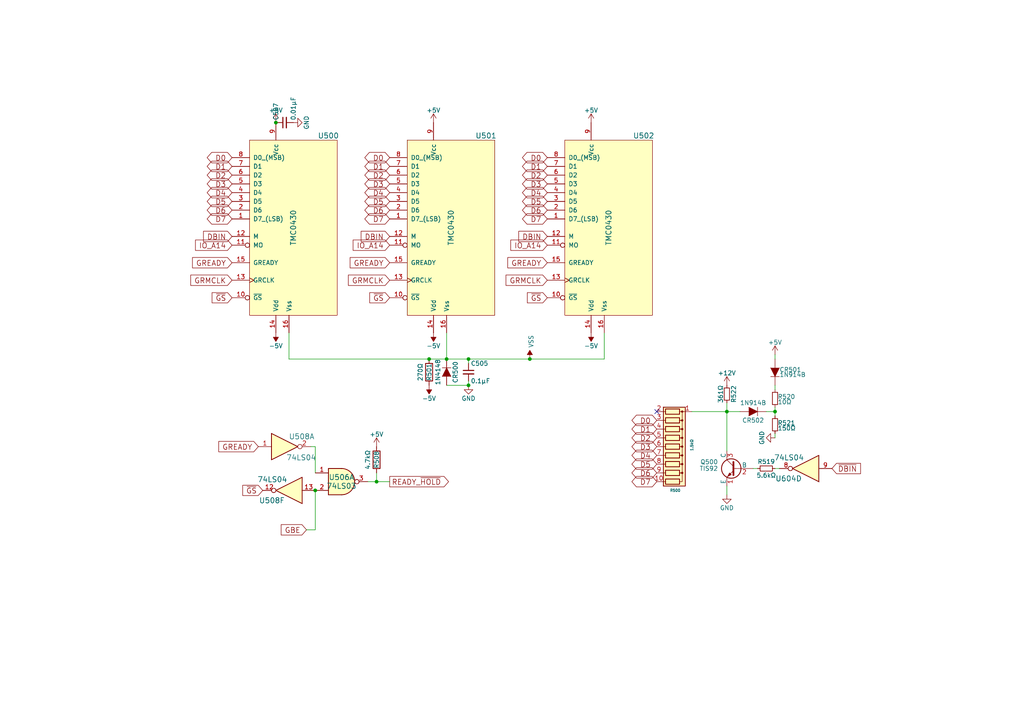
<source format=kicad_sch>
(kicad_sch (version 20211123) (generator eeschema)
  (paper "A4")
  (title_block (title "TI-99/4A") (date "2022-02-18") (rev "1.1") (company "Robert Krenicki - https://github.com/rkrenicki/TI99-Motherboard") (comment 1 "GROM with Logic") (comment 3 "Based on the HackMac KiCAD Design"))
  (lib_symbols
    (symbol "74xx:74LS03" (pin_names (offset 1.016))
      (property "Reference" "U" (at 0 1.27 0))
      (property "Value" "74LS03" (at 0 -1.27 0))
      (symbol "74LS03_1_1"
        (arc (start 0 -3.81) (mid 3.81 0) (end 0 3.81) (stroke (width 0.254)) (fill (type background)))
        (polyline (pts (xy 0 3.81) (xy -3.81 3.81) (xy -3.81 -3.81) (xy 0 -3.81)) (stroke (width 0.254)) (fill (type background)))
        (pin input line (at -7.62 2.54 0) (length 3.81) (name "~") (number "1"))
        (pin input line (at -7.62 -2.54 0) (length 3.81) (name "~") (number "2"))
        (pin open_collector inverted (at 7.62 0 180) (length 3.81) (name "~") (number "3"))
      )
      (symbol "74LS03_1_2"
        (arc (start -3.81 -3.81) (mid -2.589 0) (end -3.81 3.81) (stroke (width 0.254)))
        (arc (start -0.6096 -3.81) (mid 2.1855 -2.584) (end 3.81 0) (stroke (width 0.254)) (fill (type background)))
        (polyline (pts (xy -3.81 -3.81) (xy -0.635 -3.81)) (stroke (width 0.254)) (fill (type background)))
        (polyline (pts (xy -3.81 3.81) (xy -0.635 3.81)) (stroke (width 0.254)) (fill (type background)))
        (polyline (pts (xy -0.635 3.81) (xy -3.81 3.81) (xy -3.81 3.81) (xy -3.556 3.4036) (xy -3.0226 2.2606) (xy -2.6924 1.0414) (xy -2.6162 -0.254) (xy -2.7686 -1.4986) (xy -3.175 -2.7178) (xy -3.81 -3.81) (xy -3.81 -3.81) (xy -0.635 -3.81)) (stroke (width -25.4)) (fill (type background)))
        (arc (start 3.81 0) (mid 2.1928 2.5925) (end -0.6096 3.81) (stroke (width 0.254)) (fill (type background)))
        (pin input inverted (at -7.62 2.54 0) (length 4.318) (name "~") (number "1"))
        (pin input inverted (at -7.62 -2.54 0) (length 4.318) (name "~") (number "2"))
        (pin open_collector line (at 7.62 0 180) (length 3.81) (name "~") (number "3"))
      )
      (symbol "74LS03_2_1"
        (arc (start 0 -3.81) (mid 3.81 0) (end 0 3.81) (stroke (width 0.254)) (fill (type background)))
        (polyline (pts (xy 0 3.81) (xy -3.81 3.81) (xy -3.81 -3.81) (xy 0 -3.81)) (stroke (width 0.254)) (fill (type background)))
        (pin input line (at -7.62 2.54 0) (length 3.81) (name "~") (number "4"))
        (pin input line (at -7.62 -2.54 0) (length 3.81) (name "~") (number "5"))
        (pin open_collector inverted (at 7.62 0 180) (length 3.81) (name "~") (number "6"))
      )
      (symbol "74LS03_2_2"
        (arc (start -3.81 -3.81) (mid -2.589 0) (end -3.81 3.81) (stroke (width 0.254)))
        (arc (start -0.6096 -3.81) (mid 2.1855 -2.584) (end 3.81 0) (stroke (width 0.254)) (fill (type background)))
        (polyline (pts (xy -3.81 -3.81) (xy -0.635 -3.81)) (stroke (width 0.254)) (fill (type background)))
        (polyline (pts (xy -3.81 3.81) (xy -0.635 3.81)) (stroke (width 0.254)) (fill (type background)))
        (polyline (pts (xy -0.635 3.81) (xy -3.81 3.81) (xy -3.81 3.81) (xy -3.556 3.4036) (xy -3.0226 2.2606) (xy -2.6924 1.0414) (xy -2.6162 -0.254) (xy -2.7686 -1.4986) (xy -3.175 -2.7178) (xy -3.81 -3.81) (xy -3.81 -3.81) (xy -0.635 -3.81)) (stroke (width -25.4)) (fill (type background)))
        (arc (start 3.81 0) (mid 2.1928 2.5925) (end -0.6096 3.81) (stroke (width 0.254)) (fill (type background)))
        (pin input inverted (at -7.62 2.54 0) (length 4.318) (name "~") (number "4"))
        (pin input inverted (at -7.62 -2.54 0) (length 4.318) (name "~") (number "5"))
        (pin open_collector line (at 7.62 0 180) (length 3.81) (name "~") (number "6"))
      )
      (symbol "74LS03_3_1"
        (arc (start 0 -3.81) (mid 3.81 0) (end 0 3.81) (stroke (width 0.254)) (fill (type background)))
        (polyline (pts (xy 0 3.81) (xy -3.81 3.81) (xy -3.81 -3.81) (xy 0 -3.81)) (stroke (width 0.254)) (fill (type background)))
        (pin input line (at -7.62 -2.54 0) (length 3.81) (name "~") (number "10"))
        (pin open_collector inverted (at 7.62 0 180) (length 3.81) (name "~") (number "8"))
        (pin input line (at -7.62 2.54 0) (length 3.81) (name "~") (number "9"))
      )
      (symbol "74LS03_3_2"
        (arc (start -3.81 -3.81) (mid -2.589 0) (end -3.81 3.81) (stroke (width 0.254)))
        (arc (start -0.6096 -3.81) (mid 2.1855 -2.584) (end 3.81 0) (stroke (width 0.254)) (fill (type background)))
        (polyline (pts (xy -3.81 -3.81) (xy -0.635 -3.81)) (stroke (width 0.254)) (fill (type background)))
        (polyline (pts (xy -3.81 3.81) (xy -0.635 3.81)) (stroke (width 0.254)) (fill (type background)))
        (polyline (pts (xy -0.635 3.81) (xy -3.81 3.81) (xy -3.81 3.81) (xy -3.556 3.4036) (xy -3.0226 2.2606) (xy -2.6924 1.0414) (xy -2.6162 -0.254) (xy -2.7686 -1.4986) (xy -3.175 -2.7178) (xy -3.81 -3.81) (xy -3.81 -3.81) (xy -0.635 -3.81)) (stroke (width -25.4)) (fill (type background)))
        (arc (start 3.81 0) (mid 2.1928 2.5925) (end -0.6096 3.81) (stroke (width 0.254)) (fill (type background)))
        (pin input inverted (at -7.62 -2.54 0) (length 4.318) (name "~") (number "10"))
        (pin open_collector line (at 7.62 0 180) (length 3.81) (name "~") (number "8"))
        (pin input inverted (at -7.62 2.54 0) (length 4.318) (name "~") (number "9"))
      )
      (symbol "74LS03_4_1"
        (arc (start 0 -3.81) (mid 3.81 0) (end 0 3.81) (stroke (width 0.254)) (fill (type background)))
        (polyline (pts (xy 0 3.81) (xy -3.81 3.81) (xy -3.81 -3.81) (xy 0 -3.81)) (stroke (width 0.254)) (fill (type background)))
        (pin open_collector inverted (at 7.62 0 180) (length 3.81) (name "~") (number "11"))
        (pin input line (at -7.62 2.54 0) (length 3.81) (name "~") (number "12"))
        (pin input line (at -7.62 -2.54 0) (length 3.81) (name "~") (number "13"))
      )
      (symbol "74LS03_4_2"
        (arc (start -3.81 -3.81) (mid -2.589 0) (end -3.81 3.81) (stroke (width 0.254)))
        (arc (start -0.6096 -3.81) (mid 2.1855 -2.584) (end 3.81 0) (stroke (width 0.254)) (fill (type background)))
        (polyline (pts (xy -3.81 -3.81) (xy -0.635 -3.81)) (stroke (width 0.254)) (fill (type background)))
        (polyline (pts (xy -3.81 3.81) (xy -0.635 3.81)) (stroke (width 0.254)) (fill (type background)))
        (polyline (pts (xy -0.635 3.81) (xy -3.81 3.81) (xy -3.81 3.81) (xy -3.556 3.4036) (xy -3.0226 2.2606) (xy -2.6924 1.0414) (xy -2.6162 -0.254) (xy -2.7686 -1.4986) (xy -3.175 -2.7178) (xy -3.81 -3.81) (xy -3.81 -3.81) (xy -0.635 -3.81)) (stroke (width -25.4)) (fill (type background)))
        (arc (start 3.81 0) (mid 2.1928 2.5925) (end -0.6096 3.81) (stroke (width 0.254)) (fill (type background)))
        (pin open_collector line (at 7.62 0 180) (length 3.81) (name "~") (number "11"))
        (pin input inverted (at -7.62 2.54 0) (length 4.318) (name "~") (number "12"))
        (pin input inverted (at -7.62 -2.54 0) (length 4.318) (name "~") (number "13"))
      )
      (symbol "74LS03_5_0"
        (pin power_in line (at 0 12.7 270) (length 5.08) (name "VCC") (number "14"))
        (pin power_in line (at 0 -12.7 90) (length 5.08) (name "GND") (number "7"))
      )
      (symbol "74LS03_5_1"
        (rectangle (start -5.08 7.62) (end 5.08 -7.62) (stroke (width 0.254)) (fill (type background)))
      )
    )
    (symbol "74xx:74LS04"
      (property "Reference" "U" (at 0 1.27 0))
      (property "Value" "74LS04" (at 0 -1.27 0))
      (symbol "74LS04_1_0"
        (polyline (pts (xy -3.81 3.81) (xy -3.81 -3.81) (xy 3.81 0) (xy -3.81 3.81)) (stroke (width 0.254)) (fill (type background)))
        (pin input line (at -7.62 0 0) (length 3.81) (name "~") (number "1"))
        (pin output inverted (at 7.62 0 180) (length 3.81) (name "~") (number "2"))
      )
      (symbol "74LS04_2_0"
        (polyline (pts (xy -3.81 3.81) (xy -3.81 -3.81) (xy 3.81 0) (xy -3.81 3.81)) (stroke (width 0.254)) (fill (type background)))
        (pin input line (at -7.62 0 0) (length 3.81) (name "~") (number "3"))
        (pin output inverted (at 7.62 0 180) (length 3.81) (name "~") (number "4"))
      )
      (symbol "74LS04_3_0"
        (polyline (pts (xy -3.81 3.81) (xy -3.81 -3.81) (xy 3.81 0) (xy -3.81 3.81)) (stroke (width 0.254)) (fill (type background)))
        (pin input line (at -7.62 0 0) (length 3.81) (name "~") (number "5"))
        (pin output inverted (at 7.62 0 180) (length 3.81) (name "~") (number "6"))
      )
      (symbol "74LS04_4_0"
        (polyline (pts (xy -3.81 3.81) (xy -3.81 -3.81) (xy 3.81 0) (xy -3.81 3.81)) (stroke (width 0.254)) (fill (type background)))
        (pin output inverted (at 7.62 0 180) (length 3.81) (name "~") (number "8"))
        (pin input line (at -7.62 0 0) (length 3.81) (name "~") (number "9"))
      )
      (symbol "74LS04_5_0"
        (polyline (pts (xy -3.81 3.81) (xy -3.81 -3.81) (xy 3.81 0) (xy -3.81 3.81)) (stroke (width 0.254)) (fill (type background)))
        (pin output inverted (at 7.62 0 180) (length 3.81) (name "~") (number "10"))
        (pin input line (at -7.62 0 0) (length 3.81) (name "~") (number "11"))
      )
      (symbol "74LS04_6_0"
        (polyline (pts (xy -3.81 3.81) (xy -3.81 -3.81) (xy 3.81 0) (xy -3.81 3.81)) (stroke (width 0.254)) (fill (type background)))
        (pin output inverted (at 7.62 0 180) (length 3.81) (name "~") (number "12"))
        (pin input line (at -7.62 0 0) (length 3.81) (name "~") (number "13"))
      )
      (symbol "74LS04_7_0"
        (pin power_in line (at 0 12.7 270) (length 5.08) (name "VCC") (number "14"))
        (pin power_in line (at 0 -12.7 90) (length 5.08) (name "GND") (number "7"))
      )
      (symbol "74LS04_7_1"
        (rectangle (start -5.08 7.62) (end 5.08 -7.62) (stroke (width 0.254)) (fill (type background)))
      )
    )
    (symbol "Console-rescue:+12V" (power) (pin_names (offset 0))
      (property "Value" "+12V" (at 0 3.556 0))
      (symbol "+12V_0_1"
        (polyline (pts (xy -0.762 1.27) (xy 0 2.54)))
        (polyline (pts (xy 0 0) (xy 0 2.54)))
        (polyline (pts (xy 0 2.54) (xy 0.762 1.27)))
      )
      (symbol "+12V_1_1"
        (pin power_in line (at 0 0 90) (length 0) hide (name "+12V") (number "1"))
      )
    )
    (symbol "Console-rescue:+5V" (power) (pin_names (offset 0))
      (property "Value" "+5V" (at 0 3.556 0))
      (symbol "+5V_0_1"
        (polyline (pts (xy -0.762 1.27) (xy 0 2.54)))
        (polyline (pts (xy 0 0) (xy 0 2.54)))
        (polyline (pts (xy 0 2.54) (xy 0.762 1.27)))
      )
      (symbol "+5V_1_1"
        (pin power_in line (at 0 0 90) (length 0) hide (name "+5V") (number "1"))
      )
    )
    (symbol "Console-rescue:-5V" (power) (pin_names (offset 0))
      (property "Value" "-5V" (at 0 3.81 0))
      (symbol "-5V_0_0"
        (pin power_in line (at 0 0 90) (length 0) hide (name "-5V") (number "1"))
      )
      (symbol "-5V_0_1"
        (polyline (pts (xy 0 0) (xy 0 1.27) (xy 0.762 1.27) (xy 0 2.54) (xy -0.762 1.27) (xy 0 1.27)) (fill (type outline)))
      )
    )
    (symbol "Console-rescue:D" (pin_numbers hide) (pin_names (offset 1.016) hide)
      (property "Reference" "D" (at 0 2.54 0))
      (property "Value" "D" (at 0 -2.54 0))
      (symbol "D_0_1"
        (polyline (pts (xy -1.27 1.27) (xy -1.27 -1.27)) (stroke (width 0.1524)))
        (polyline (pts (xy 1.27 1.27) (xy -1.27 0) (xy 1.27 -1.27)) (fill (type outline)))
      )
      (symbol "D_1_1"
        (pin passive line (at -3.81 0 0) (length 2.54) (name "K") (number "1"))
        (pin passive line (at 3.81 0 180) (length 2.54) (name "A") (number "2"))
      )
    )
    (symbol "Console-rescue:GND" (power) (pin_names (offset 0))
      (property "Value" "GND" (at 0 -3.81 0))
      (symbol "GND_0_1"
        (polyline (pts (xy 0 0) (xy 0 -1.27) (xy 1.27 -1.27) (xy 0 -2.54) (xy -1.27 -1.27) (xy 0 -1.27)))
      )
      (symbol "GND_1_1"
        (pin power_in line (at 0 0 270) (length 0) hide (name "GND") (number "1"))
      )
    )
    (symbol "Console-rescue:R" (pin_numbers hide) (pin_names (offset 0))
      (property "Reference" "R" (at 2.032 0 90))
      (property "Value" "R" (at 0 0 90))
      (symbol "R_0_1"
        (rectangle (start -1.016 -2.54) (end 1.016 2.54) (stroke (width 0.254)))
      )
      (symbol "R_1_1"
        (pin passive line (at 0 3.81 270) (length 1.27) (name "~") (number "1"))
        (pin passive line (at 0 -3.81 90) (length 1.27) (name "~") (number "2"))
      )
    )
    (symbol "Console-rescue:R_Small" (pin_numbers hide) (pin_names (offset 0.254) hide)
      (property "Reference" "R" (at 0.762 0.508 0))
      (property "Value" "R_Small" (at 0.762 -1.016 0))
      (symbol "R_Small_0_1"
        (rectangle (start -0.762 1.778) (end 0.762 -1.778) (stroke (width 0.2032)))
      )
      (symbol "R_Small_1_1"
        (pin passive line (at 0 2.54 270) (length 0.762) (name "~") (number "1"))
        (pin passive line (at 0 -2.54 90) (length 0.762) (name "~") (number "2"))
      )
    )
    (symbol "Console-rescue:S8050" (pin_names (offset 0))
      (property "Reference" "Q" (at 5.08 1.905 0))
      (property "Value" "S8050" (at 5.08 0 0))
      (property "Footprint" "TO-92" (at 5.08 -1.905 0))
      (symbol "S8050_0_1"
        (polyline (pts (xy 0 0) (xy 0.635 0)))
        (polyline (pts (xy 0.635 0.635) (xy 2.54 2.54)))
        (polyline (pts (xy 0.635 -0.635) (xy 2.54 -2.54) (xy 2.54 -2.54)))
        (polyline (pts (xy 0.635 1.905) (xy 0.635 -1.905) (xy 0.635 -1.905)) (stroke (width 0.508)))
        (polyline (pts (xy 1.27 -1.778) (xy 1.778 -1.27) (xy 2.286 -2.286) (xy 1.27 -1.778) (xy 1.27 -1.778)) (fill (type outline)))
        (circle (center 1.27 0) (radius 2.8194) (stroke (width 0.254)))
      )
      (symbol "S8050_1_1"
        (pin passive line (at 2.54 -5.08 90) (length 2.54) (name "E") (number "1"))
        (pin input line (at -5.08 0 0) (length 5.08) (name "B") (number "2"))
        (pin passive line (at 2.54 5.08 270) (length 2.54) (name "C") (number "3"))
      )
    )
    (symbol "Device:R_Network09" (pin_names (offset 0) hide)
      (property "Reference" "RN" (at -12.7 0 90))
      (property "Value" "R_Network09" (at 12.7 0 90))
      (symbol "R_Network09_0_1"
        (rectangle (start -11.43 -3.175) (end 11.43 3.175) (stroke (width 0.254)) (fill (type background)))
        (rectangle (start -10.922 1.524) (end -9.398 -2.54) (stroke (width 0.254)))
        (circle (center -10.16 2.286) (radius 0.254) (fill (type outline)))
        (rectangle (start -8.382 1.524) (end -6.858 -2.54) (stroke (width 0.254)))
        (circle (center -7.62 2.286) (radius 0.254) (fill (type outline)))
        (rectangle (start -5.842 1.524) (end -4.318 -2.54) (stroke (width 0.254)))
        (circle (center -5.08 2.286) (radius 0.254) (fill (type outline)))
        (rectangle (start -3.302 1.524) (end -1.778 -2.54) (stroke (width 0.254)))
        (circle (center -2.54 2.286) (radius 0.254) (fill (type outline)))
        (rectangle (start -0.762 1.524) (end 0.762 -2.54) (stroke (width 0.254)))
        (polyline (pts (xy -10.16 -2.54) (xy -10.16 -3.81)))
        (polyline (pts (xy -7.62 -2.54) (xy -7.62 -3.81)))
        (polyline (pts (xy -5.08 -2.54) (xy -5.08 -3.81)))
        (polyline (pts (xy -2.54 -2.54) (xy -2.54 -3.81)))
        (polyline (pts (xy 0 -2.54) (xy 0 -3.81)))
        (polyline (pts (xy 2.54 -2.54) (xy 2.54 -3.81)))
        (polyline (pts (xy 5.08 -2.54) (xy 5.08 -3.81)))
        (polyline (pts (xy 7.62 -2.54) (xy 7.62 -3.81)))
        (polyline (pts (xy 10.16 -2.54) (xy 10.16 -3.81)))
        (polyline (pts (xy -10.16 1.524) (xy -10.16 2.286) (xy -7.62 2.286) (xy -7.62 1.524)))
        (polyline (pts (xy -7.62 1.524) (xy -7.62 2.286) (xy -5.08 2.286) (xy -5.08 1.524)))
        (polyline (pts (xy -5.08 1.524) (xy -5.08 2.286) (xy -2.54 2.286) (xy -2.54 1.524)))
        (polyline (pts (xy -2.54 1.524) (xy -2.54 2.286) (xy 0 2.286) (xy 0 1.524)))
        (polyline (pts (xy 0 1.524) (xy 0 2.286) (xy 2.54 2.286) (xy 2.54 1.524)))
        (polyline (pts (xy 2.54 1.524) (xy 2.54 2.286) (xy 5.08 2.286) (xy 5.08 1.524)))
        (polyline (pts (xy 5.08 1.524) (xy 5.08 2.286) (xy 7.62 2.286) (xy 7.62 1.524)))
        (polyline (pts (xy 7.62 1.524) (xy 7.62 2.286) (xy 10.16 2.286) (xy 10.16 1.524)))
        (circle (center 0 2.286) (radius 0.254) (fill (type outline)))
        (rectangle (start 1.778 1.524) (end 3.302 -2.54) (stroke (width 0.254)))
        (circle (center 2.54 2.286) (radius 0.254) (fill (type outline)))
        (rectangle (start 4.318 1.524) (end 5.842 -2.54) (stroke (width 0.254)))
        (circle (center 5.08 2.286) (radius 0.254) (fill (type outline)))
        (rectangle (start 6.858 1.524) (end 8.382 -2.54) (stroke (width 0.254)))
        (circle (center 7.62 2.286) (radius 0.254) (fill (type outline)))
        (rectangle (start 9.398 1.524) (end 10.922 -2.54) (stroke (width 0.254)))
      )
      (symbol "R_Network09_1_1"
        (pin passive line (at -10.16 5.08 270) (length 2.54) (name "common") (number "1"))
        (pin passive line (at 10.16 -5.08 90) (length 1.27) (name "R9") (number "10"))
        (pin passive line (at -10.16 -5.08 90) (length 1.27) (name "R1") (number "2"))
        (pin passive line (at -7.62 -5.08 90) (length 1.27) (name "R2") (number "3"))
        (pin passive line (at -5.08 -5.08 90) (length 1.27) (name "R3") (number "4"))
        (pin passive line (at -2.54 -5.08 90) (length 1.27) (name "R4") (number "5"))
        (pin passive line (at 0 -5.08 90) (length 1.27) (name "R5") (number "6"))
        (pin passive line (at 2.54 -5.08 90) (length 1.27) (name "R6") (number "7"))
        (pin passive line (at 5.08 -5.08 90) (length 1.27) (name "R7") (number "8"))
        (pin passive line (at 7.62 -5.08 90) (length 1.27) (name "R8") (number "9"))
      )
    )
    (symbol "TI-Customs:C_Small" (pin_numbers hide) (pin_names (offset 0.254) hide)
      (property "Reference" "C" (at 0.254 1.778 0))
      (property "Value" "C_Small" (at 0.254 -2.032 0))
      (symbol "C_Small_0_1"
        (polyline (pts (xy -1.524 -0.508) (xy 1.524 -0.508)) (stroke (width 0.3302)))
        (polyline (pts (xy -1.524 0.508) (xy 1.524 0.508)) (stroke (width 0.3048)))
      )
      (symbol "C_Small_1_1"
        (pin passive line (at 0 2.54 270) (length 1.905) (name "~") (number "1"))
        (pin passive line (at 0 -2.54 90) (length 2.032) (name "~") (number "2"))
      )
    )
    (symbol "TI-Customs:TMC0430" (pin_names (offset 1.016))
      (property "Reference" "U" (at 0 0 0))
      (property "Value" "TMC0430" (at 0 0 90))
      (symbol "TMC0430_0_1"
        (rectangle (start -12.7 25.4) (end 12.7 -25.4) (fill (type background)))
      )
      (symbol "TMC0430_1_1"
        (pin output line (at -17.78 2.54 0) (length 5.08) (name "D7_(LSB)") (number "1"))
        (pin input inverted (at -17.78 -20.32 0) (length 5.08) (name "~{GS}") (number "10"))
        (pin input inverted (at -17.78 -5.08 0) (length 5.08) (name "MO") (number "11"))
        (pin input line (at -17.78 -2.54 0) (length 5.08) (name "M") (number "12"))
        (pin input clock (at -17.78 -15.24 0) (length 5.08) (name "GRCLK") (number "13"))
        (pin power_in line (at -5.08 -30.48 90) (length 5.08) (name "Vdd") (number "14"))
        (pin output line (at -17.78 -10.16 0) (length 5.08) (name "GREADY") (number "15"))
        (pin power_in line (at -1.27 -30.48 90) (length 5.08) (name "Vss") (number "16"))
        (pin output line (at -17.78 5.08 0) (length 5.08) (name "D6") (number "2"))
        (pin output line (at -17.78 7.62 0) (length 5.08) (name "D5") (number "3"))
        (pin output line (at -17.78 10.16 0) (length 5.08) (name "D4") (number "4"))
        (pin output line (at -17.78 12.7 0) (length 5.08) (name "D3") (number "5"))
        (pin output line (at -17.78 15.24 0) (length 5.08) (name "D2") (number "6"))
        (pin output line (at -17.78 17.78 0) (length 5.08) (name "D1") (number "7"))
        (pin output line (at -17.78 20.32 0) (length 5.08) (name "D0_(MSB)") (number "8"))
        (pin power_in line (at -5.08 30.48 270) (length 5.08) (name "Vcc") (number "9"))
      )
    )
    (symbol "power:VSS" (power) (pin_names (offset 0))
      (property "Value" "VSS" (at 0 3.81 0))
      (symbol "VSS_0_1"
        (polyline (pts (xy 0 0) (xy 0 2.54)))
        (polyline (pts (xy 0.762 1.27) (xy -0.762 1.27) (xy 0 2.54) (xy 0.762 1.27)) (fill (type outline)))
      )
      (symbol "VSS_1_1"
        (pin power_in line (at 0 0 90) (length 0) hide (name "VSS") (number "1"))
      )
    )
  )
  (junction (at 135.89 111.76))
  (junction (at 80.01 35.56))
  (junction (at 224.79 119.38))
  (junction (at 124.46 104.14))
  (junction (at 129.54 104.14))
  (junction (at 210.82 119.38))
  (junction (at 109.22 139.7))
  (junction (at 91.44 142.24))
  (junction (at 153.67 104.14))
  (junction (at 135.89 104.14))
  (no_connect (at 190.5 119.38))
  (wire (pts (xy 109.22 139.7) (xy 113.03 139.7)))
  (wire (pts (xy 224.79 125.73) (xy 224.79 127)))
  (wire (pts (xy 106.68 139.7) (xy 109.22 139.7)))
  (wire (pts (xy 153.67 104.14) (xy 175.26 104.14)))
  (wire (pts (xy 222.25 119.38) (xy 224.79 119.38)))
  (wire (pts (xy 129.54 111.76) (xy 135.89 111.76)))
  (wire (pts (xy 224.79 119.38) (xy 224.79 120.65)))
  (wire (pts (xy 135.89 104.14) (xy 153.67 104.14)))
  (wire (pts (xy 210.82 119.38) (xy 214.63 119.38)))
  (wire (pts (xy 135.89 104.14) (xy 135.89 105.41)))
  (wire (pts (xy 224.79 102.87) (xy 224.79 104.14)))
  (wire (pts (xy 129.54 104.14) (xy 135.89 104.14)))
  (wire (pts (xy 218.44 135.89) (xy 219.71 135.89)))
  (wire (pts (xy 200.66 119.38) (xy 210.82 119.38)))
  (wire (pts (xy 91.44 153.67) (xy 88.9 153.67)))
  (wire (pts (xy 90.17 129.54) (xy 91.44 129.54)))
  (wire (pts (xy 135.89 111.76) (xy 135.89 110.49)))
  (wire (pts (xy 91.44 142.24) (xy 91.44 153.67)))
  (wire (pts (xy 210.82 140.97) (xy 210.82 143.51)))
  (wire (pts (xy 210.82 119.38) (xy 210.82 130.81)))
  (wire (pts (xy 124.46 104.14) (xy 129.54 104.14)))
  (wire (pts (xy 83.82 96.52) (xy 83.82 104.14)))
  (wire (pts (xy 210.82 116.84) (xy 210.82 119.38)))
  (wire (pts (xy 109.22 137.16) (xy 109.22 139.7)))
  (wire (pts (xy 224.79 135.89) (xy 226.06 135.89)))
  (wire (pts (xy 175.26 96.52) (xy 175.26 104.14)))
  (wire (pts (xy 124.46 104.14) (xy 83.82 104.14)))
  (wire (pts (xy 129.54 96.52) (xy 129.54 104.14)))
  (wire (pts (xy 91.44 129.54) (xy 91.44 137.16)))
  (wire (pts (xy 224.79 111.76) (xy 224.79 113.03)))
  (wire (pts (xy 224.79 118.11) (xy 224.79 119.38)))
  (global_label "D5" (shape bidirectional) (at 190.5 134.62 180) (effects (font (size 1.524 1.524))) (property "Intersheet References" "${INTERSHEET_REFS}" (effects hide)))
  (global_label "D5" (shape bidirectional) (at 158.75 58.42 180) (effects (font (size 1.524 1.524))) (property "Intersheet References" "${INTERSHEET_REFS}" (effects hide)))
  (global_label "D2" (shape bidirectional) (at 67.31 50.8 180) (effects (font (size 1.524 1.524))) (property "Intersheet References" "${INTERSHEET_REFS}" (effects hide)))
  (global_label "D2" (shape bidirectional) (at 190.5 127 180) (effects (font (size 1.524 1.524))) (property "Intersheet References" "${INTERSHEET_REFS}" (effects hide)))
  (global_label "D0" (shape bidirectional) (at 113.03 45.72 180) (effects (font (size 1.524 1.524))) (property "Intersheet References" "${INTERSHEET_REFS}" (effects hide)))
  (global_label "~{DBIN}" (shape input) (at 241.3 135.89 0) (effects (font (size 1.524 1.524))) (property "Intersheet References" "${INTERSHEET_REFS}" (effects hide)))
  (global_label "IO_A14" (shape input) (at 158.75 71.12 180) (effects (font (size 1.524 1.524))) (property "Intersheet References" "${INTERSHEET_REFS}" (effects hide)))
  (global_label "D4" (shape bidirectional) (at 67.31 55.88 180) (effects (font (size 1.524 1.524))) (property "Intersheet References" "${INTERSHEET_REFS}" (effects hide)))
  (global_label "D4" (shape bidirectional) (at 113.03 55.88 180) (effects (font (size 1.524 1.524))) (property "Intersheet References" "${INTERSHEET_REFS}" (effects hide)))
  (global_label "D1" (shape bidirectional) (at 190.5 124.46 180) (effects (font (size 1.524 1.524))) (property "Intersheet References" "${INTERSHEET_REFS}" (effects hide)))
  (global_label "GREADY" (shape input) (at 158.75 76.2 180) (effects (font (size 1.524 1.524))) (property "Intersheet References" "${INTERSHEET_REFS}" (effects hide)))
  (global_label "D2" (shape bidirectional) (at 158.75 50.8 180) (effects (font (size 1.524 1.524))) (property "Intersheet References" "${INTERSHEET_REFS}" (effects hide)))
  (global_label "~{GS}" (shape input) (at 67.31 86.36 180) (effects (font (size 1.4986 1.4986))) (property "Intersheet References" "${INTERSHEET_REFS}" (effects hide)))
  (global_label "D1" (shape bidirectional) (at 67.31 48.26 180) (effects (font (size 1.524 1.524))) (property "Intersheet References" "${INTERSHEET_REFS}" (effects hide)))
  (global_label "D5" (shape bidirectional) (at 67.31 58.42 180) (effects (font (size 1.524 1.524))) (property "Intersheet References" "${INTERSHEET_REFS}" (effects hide)))
  (global_label "D7" (shape bidirectional) (at 67.31 63.5 180) (effects (font (size 1.524 1.524))) (property "Intersheet References" "${INTERSHEET_REFS}" (effects hide)))
  (global_label "D4" (shape bidirectional) (at 158.75 55.88 180) (effects (font (size 1.524 1.524))) (property "Intersheet References" "${INTERSHEET_REFS}" (effects hide)))
  (global_label "DBIN" (shape input) (at 67.31 68.58 180) (effects (font (size 1.524 1.524))) (property "Intersheet References" "${INTERSHEET_REFS}" (effects hide)))
  (global_label "D1" (shape bidirectional) (at 113.03 48.26 180) (effects (font (size 1.524 1.524))) (property "Intersheet References" "${INTERSHEET_REFS}" (effects hide)))
  (global_label "D3" (shape bidirectional) (at 190.5 129.54 180) (effects (font (size 1.524 1.524))) (property "Intersheet References" "${INTERSHEET_REFS}" (effects hide)))
  (global_label "IO_A14" (shape input) (at 67.31 71.12 180) (effects (font (size 1.524 1.524))) (property "Intersheet References" "${INTERSHEET_REFS}" (effects hide)))
  (global_label "D6" (shape bidirectional) (at 113.03 60.96 180) (effects (font (size 1.524 1.524))) (property "Intersheet References" "${INTERSHEET_REFS}" (effects hide)))
  (global_label "D7" (shape bidirectional) (at 190.5 139.7 180) (effects (font (size 1.524 1.524))) (property "Intersheet References" "${INTERSHEET_REFS}" (effects hide)))
  (global_label "GREADY" (shape input) (at 67.31 76.2 180) (effects (font (size 1.524 1.524))) (property "Intersheet References" "${INTERSHEET_REFS}" (effects hide)))
  (global_label "D6" (shape bidirectional) (at 190.5 137.16 180) (effects (font (size 1.524 1.524))) (property "Intersheet References" "${INTERSHEET_REFS}" (effects hide)))
  (global_label "DBIN" (shape input) (at 113.03 68.58 180) (effects (font (size 1.524 1.524))) (property "Intersheet References" "${INTERSHEET_REFS}" (effects hide)))
  (global_label "~{GS}" (shape input) (at 113.03 86.36 180) (effects (font (size 1.4986 1.4986))) (property "Intersheet References" "${INTERSHEET_REFS}" (effects hide)))
  (global_label "GBE" (shape input) (at 88.9 153.67 180) (effects (font (size 1.524 1.524))) (property "Intersheet References" "${INTERSHEET_REFS}" (effects hide)))
  (global_label "GRMCLK" (shape input) (at 158.75 81.28 180) (effects (font (size 1.524 1.524))) (property "Intersheet References" "${INTERSHEET_REFS}" (effects hide)))
  (global_label "D2" (shape bidirectional) (at 113.03 50.8 180) (effects (font (size 1.524 1.524))) (property "Intersheet References" "${INTERSHEET_REFS}" (effects hide)))
  (global_label "D4" (shape bidirectional) (at 190.5 132.08 180) (effects (font (size 1.524 1.524))) (property "Intersheet References" "${INTERSHEET_REFS}" (effects hide)))
  (global_label "D5" (shape bidirectional) (at 113.03 58.42 180) (effects (font (size 1.524 1.524))) (property "Intersheet References" "${INTERSHEET_REFS}" (effects hide)))
  (global_label "D3" (shape bidirectional) (at 158.75 53.34 180) (effects (font (size 1.524 1.524))) (property "Intersheet References" "${INTERSHEET_REFS}" (effects hide)))
  (global_label "GREADY" (shape input) (at 74.93 129.54 180) (effects (font (size 1.524 1.524))) (property "Intersheet References" "${INTERSHEET_REFS}" (effects hide)))
  (global_label "D6" (shape bidirectional) (at 158.75 60.96 180) (effects (font (size 1.524 1.524))) (property "Intersheet References" "${INTERSHEET_REFS}" (effects hide)))
  (global_label "DBIN" (shape input) (at 158.75 68.58 180) (effects (font (size 1.524 1.524))) (property "Intersheet References" "${INTERSHEET_REFS}" (effects hide)))
  (global_label "D6" (shape bidirectional) (at 67.31 60.96 180) (effects (font (size 1.524 1.524))) (property "Intersheet References" "${INTERSHEET_REFS}" (effects hide)))
  (global_label "~{GS}" (shape input) (at 158.75 86.36 180) (effects (font (size 1.4986 1.4986))) (property "Intersheet References" "${INTERSHEET_REFS}" (effects hide)))
  (global_label "GRMCLK" (shape input) (at 113.03 81.28 180) (effects (font (size 1.524 1.524))) (property "Intersheet References" "${INTERSHEET_REFS}" (effects hide)))
  (global_label "~{GS}" (shape input) (at 76.2 142.24 180) (effects (font (size 1.4986 1.4986))) (property "Intersheet References" "${INTERSHEET_REFS}" (effects hide)))
  (global_label "D1" (shape bidirectional) (at 158.75 48.26 180) (effects (font (size 1.524 1.524))) (property "Intersheet References" "${INTERSHEET_REFS}" (effects hide)))
  (global_label "GRMCLK" (shape input) (at 67.31 81.28 180) (effects (font (size 1.524 1.524))) (property "Intersheet References" "${INTERSHEET_REFS}" (effects hide)))
  (global_label "READY_~{HOLD}" (shape output) (at 113.03 139.7 0) (effects (font (size 1.524 1.524))) (property "Intersheet References" "${INTERSHEET_REFS}" (effects hide)))
  (global_label "GREADY" (shape input) (at 113.03 76.2 180) (effects (font (size 1.524 1.524))) (property "Intersheet References" "${INTERSHEET_REFS}" (effects hide)))
  (global_label "D3" (shape bidirectional) (at 67.31 53.34 180) (effects (font (size 1.524 1.524))) (property "Intersheet References" "${INTERSHEET_REFS}" (effects hide)))
  (global_label "IO_A14" (shape input) (at 113.03 71.12 180) (effects (font (size 1.524 1.524))) (property "Intersheet References" "${INTERSHEET_REFS}" (effects hide)))
  (global_label "D0" (shape bidirectional) (at 190.5 121.92 180) (effects (font (size 1.524 1.524))) (property "Intersheet References" "${INTERSHEET_REFS}" (effects hide)))
  (global_label "D7" (shape bidirectional) (at 158.75 63.5 180) (effects (font (size 1.524 1.524))) (property "Intersheet References" "${INTERSHEET_REFS}" (effects hide)))
  (global_label "D7" (shape bidirectional) (at 113.03 63.5 180) (effects (font (size 1.524 1.524))) (property "Intersheet References" "${INTERSHEET_REFS}" (effects hide)))
  (global_label "D0" (shape bidirectional) (at 67.31 45.72 180) (effects (font (size 1.524 1.524))) (property "Intersheet References" "${INTERSHEET_REFS}" (effects hide)))
  (global_label "D3" (shape bidirectional) (at 113.03 53.34 180) (effects (font (size 1.524 1.524))) (property "Intersheet References" "${INTERSHEET_REFS}" (effects hide)))
  (global_label "D0" (shape bidirectional) (at 158.75 45.72 180) (effects (font (size 1.524 1.524))) (property "Intersheet References" "${INTERSHEET_REFS}" (effects hide)))
  (symbol (lib_id "TI-Customs:TMC0430") (at 85.09 66.04 0) (unit 1)
    (property "Reference" "U500" (at 95.25 39.37 0) (effects (font (size 1.524 1.524))))
    (property "Value" "TMC0430" (at 85.09 66.04 90) (effects (font (size 1.524 1.524))))
    (property "Footprint" "Package_DIP:DIP-16_W7.62mm" (effects hide))
  )
  (symbol (lib_id "TI-Customs:TMC0430") (at 130.81 66.04 0) (unit 1)
    (property "Reference" "U501" (at 140.97 39.37 0) (effects (font (size 1.524 1.524))))
    (property "Value" "TMC0430" (at 130.81 66.04 90) (effects (font (size 1.524 1.524))))
    (property "Footprint" "Package_DIP:DIP-16_W7.62mm" (effects hide))
  )
  (symbol (lib_id "TI-Customs:TMC0430") (at 176.53 66.04 0) (unit 1)
    (property "Reference" "U502" (at 186.69 39.37 0) (effects (font (size 1.524 1.524))))
    (property "Value" "TMC0430" (at 176.53 66.04 90) (effects (font (size 1.524 1.524))))
    (property "Footprint" "Package_DIP:DIP-16_W7.62mm" (effects hide))
  )
  (symbol (lib_id "Console-rescue:+5V") (at 80.01 35.56 0) (unit 1)
    (property "Reference" "#PWR054" (effects hide))
    (property "Value" "+5V" (at 80.01 32.004 0))
  )
  (symbol (lib_id "Console-rescue:+5V") (at 125.73 35.56 0) (unit 1)
    (property "Reference" "#PWR055" (effects hide))
    (property "Value" "+5V" (at 125.73 32.004 0))
  )
  (symbol (lib_id "Console-rescue:+5V") (at 171.45 35.56 0) (unit 1)
    (property "Reference" "#PWR056" (effects hide))
    (property "Value" "+5V" (at 171.45 32.004 0))
  )
  (symbol (lib_id "Console-rescue:-5V") (at 80.01 96.52 180) (unit 1)
    (property "Reference" "#PWR057" (effects hide))
    (property "Value" "-5V" (at 80.01 100.33 0))
  )
  (symbol (lib_id "Console-rescue:-5V") (at 125.73 96.52 180) (unit 1)
    (property "Reference" "#PWR058" (effects hide))
    (property "Value" "-5V" (at 125.73 100.33 0))
  )
  (symbol (lib_id "Console-rescue:-5V") (at 171.45 96.52 180) (unit 1)
    (property "Reference" "#PWR059" (effects hide))
    (property "Value" "-5V" (at 171.45 100.33 0))
  )
  (symbol (lib_id "Console-rescue:R") (at 124.46 107.95 0) (unit 1)
    (property "Reference" "R501" (at 124.46 107.95 90))
    (property "Value" "270Ω" (at 121.92 107.95 90))
    (property "Footprint" "TI99_Connectors:Passive-11.50mm" (effects hide))
  )
  (symbol (lib_id "Console-rescue:D") (at 129.54 107.95 270) (unit 1)
    (property "Reference" "CR500" (at 132.08 107.95 0))
    (property "Value" "1N4148" (at 127 107.95 0))
    (property "Footprint" "TI99_Connectors:Diode-11.50mm" (effects hide))
  )
  (symbol (lib_id "TI-Customs:C_Small") (at 135.89 107.95 0) (unit 1)
    (property "Reference" "C505" (at 136.525 105.41 0) (effects (justify left)))
    (property "Value" "0.1µF" (at 136.525 110.49 0) (effects (justify left)))
    (property "Footprint" "TI99_Connectors:Passive-11.50mm" (effects hide))
  )
  (symbol (lib_id "Console-rescue:GND") (at 135.89 111.76 0) (unit 1)
    (property "Reference" "#PWR060" (effects hide))
    (property "Value" "GND" (at 135.89 115.57 0))
  )
  (symbol (lib_id "Console-rescue:-5V") (at 124.46 111.76 180) (unit 1)
    (property "Reference" "#PWR061" (effects hide))
    (property "Value" "-5V" (at 124.46 115.57 0))
  )
  (symbol (lib_id "TI-Customs:C_Small") (at 82.55 35.56 90) (unit 1)
    (property "Reference" "C507" (at 80.01 34.925 0) (effects (justify left)))
    (property "Value" "0.01µF" (at 85.09 34.925 0) (effects (justify left)))
    (property "Footprint" "TI99_Connectors:Passive-11.50mm" (effects hide))
  )
  (symbol (lib_id "Console-rescue:GND") (at 85.09 35.56 90) (unit 1)
    (property "Reference" "#PWR062" (effects hide))
    (property "Value" "GND" (at 88.9 35.56 0))
  )
  (symbol (lib_id "Console-rescue:R") (at 109.22 133.35 0) (unit 1)
    (property "Reference" "R508" (at 109.22 133.35 90))
    (property "Value" "4.7kΩ" (at 106.68 133.35 90))
    (property "Footprint" "TI99_Connectors:Passive-11.50mm" (effects hide))
  )
  (symbol (lib_id "Console-rescue:+5V") (at 109.22 129.54 0) (unit 1)
    (property "Reference" "#PWR053" (effects hide))
    (property "Value" "+5V" (at 109.22 125.984 0))
  )
  (symbol (lib_id "74xx:74LS04") (at 82.55 129.54 0) (unit 1)
    (property "Reference" "U508" (at 87.503 126.619 0) (effects (font (size 1.524 1.524))))
    (property "Value" "74LS04" (at 87.376 132.715 0) (effects (font (size 1.524 1.524))))
    (property "Footprint" "Package_DIP:DIP-14_W7.62mm" (effects hide))
  )
  (symbol (lib_id "Device:R_Network09") (at 195.58 129.54 270) (unit 1)
    (property "Reference" "R500" (at 194.31 142.24 90) (effects (font (size 0.762 0.762)) (justify left)))
    (property "Value" "1.5kΩ" (at 200.66 130.81 0) (effects (font (size 0.762 0.762)) (justify right)))
    (property "Footprint" "Resistor_THT:R_Array_SIP10" (effects hide))
  )
  (symbol (lib_id "Console-rescue:+12V") (at 210.82 111.76 0) (unit 1)
    (property "Reference" "#PWR063" (effects hide))
    (property "Value" "+12V" (at 210.82 108.204 0))
  )
  (symbol (lib_id "Console-rescue:R_Small") (at 210.82 114.3 180) (unit 1)
    (property "Reference" "R522" (at 212.09 114.3 90) (effects (justify bottom)))
    (property "Value" "361Ω" (at 208.28 114.3 90) (effects (justify bottom)))
    (property "Footprint" "Resistor_THT:R_Axial_DIN0207_L6.3mm_D2.5mm_P15.24mm_Horizontal" (effects hide))
  )
  (symbol (lib_id "Console-rescue:S8050") (at 213.36 135.89 0) (mirror y) (unit 1)
    (property "Reference" "Q500" (at 208.28 133.985 0) (effects (justify left)))
    (property "Value" "TIS92" (at 208.28 135.89 0) (effects (justify left)))
    (property "Footprint" "TI99_Connectors:TI-Transistors" (effects hide))
  )
  (symbol (lib_id "74xx:74LS04") (at 233.68 135.89 180) (unit 4)
    (property "Reference" "U604" (at 228.727 138.811 0) (effects (font (size 1.524 1.524))))
    (property "Value" "74LS04" (at 228.854 132.715 0) (effects (font (size 1.524 1.524))))
    (property "Footprint" "Package_DIP:DIP-14_W7.62mm" (effects hide))
  )
  (symbol (lib_id "Console-rescue:R_Small") (at 222.25 135.89 270) (unit 1)
    (property "Reference" "R519" (at 222.25 134.62 90) (effects (justify bottom)))
    (property "Value" "5.6kΩ" (at 222.25 137.16 90) (effects (justify top)))
    (property "Footprint" "TI99_Connectors:Passive-11.50mm" (effects hide))
  )
  (symbol (lib_id "Console-rescue:GND") (at 210.82 143.51 0) (unit 1)
    (property "Reference" "#PWR064" (effects hide))
    (property "Value" "GND" (at 210.82 147.32 0))
  )
  (symbol (lib_id "Console-rescue:D") (at 218.44 119.38 180) (unit 1)
    (property "Reference" "CR502" (at 218.44 121.92 0))
    (property "Value" "1N914B" (at 218.44 116.84 0))
    (property "Footprint" "TI99_Connectors:Diode-11.50mm" (effects hide))
  )
  (symbol (lib_id "Console-rescue:R_Small") (at 224.79 123.19 0) (unit 1)
    (property "Reference" "R521" (at 225.552 122.682 0) (effects (justify left)))
    (property "Value" "150Ω" (at 225.552 124.206 0) (effects (justify left)))
    (property "Footprint" "TI99_Connectors:Passive-11.50mm" (effects hide))
  )
  (symbol (lib_id "Console-rescue:GND") (at 224.79 127 270) (unit 1)
    (property "Reference" "#PWR065" (effects hide))
    (property "Value" "GND" (at 220.98 127 0))
  )
  (symbol (lib_id "Console-rescue:R_Small") (at 224.79 115.57 0) (unit 1)
    (property "Reference" "R520" (at 225.552 115.062 0) (effects (justify left)))
    (property "Value" "10Ω" (at 225.552 116.586 0) (effects (justify left)))
    (property "Footprint" "TI99_Connectors:Passive-11.50mm" (effects hide))
  )
  (symbol (lib_id "Console-rescue:D") (at 224.79 107.95 90) (unit 1)
    (property "Reference" "CR501" (at 226.06 107.95 90) (effects (justify right top)))
    (property "Value" "1N914B" (at 226.06 107.95 90) (effects (justify right bottom)))
    (property "Footprint" "TI99_Connectors:Diode-11.50mm" (effects hide))
  )
  (symbol (lib_id "Console-rescue:+5V") (at 224.79 102.87 0) (unit 1)
    (property "Reference" "#PWR066" (effects hide))
    (property "Value" "+5V" (at 224.79 99.314 0))
  )
  (symbol (lib_id "74xx:74LS04") (at 83.82 142.24 180) (unit 6)
    (property "Reference" "U508" (at 78.867 145.161 0) (effects (font (size 1.524 1.524))))
    (property "Value" "74LS04" (at 78.994 139.065 0) (effects (font (size 1.524 1.524))))
    (property "Footprint" "Package_DIP:DIP-14_W7.62mm" (effects hide))
  )
  (symbol (lib_id "74xx:74LS03") (at 99.06 139.7 0) (unit 1)
    (property "Reference" "U506" (at 99.06 138.43 0) (effects (font (size 1.524 1.524))))
    (property "Value" "74LS03" (at 99.06 140.97 0) (effects (font (size 1.524 1.524))))
    (property "Footprint" "Package_DIP:DIP-14_W7.62mm" (effects hide))
  )
  (symbol (lib_id "power:VSS") (at 153.67 104.14 0) (unit 1)
    (property "Reference" "#PWR0158" (effects hide))
    (property "Value" "VSS" (at 154.051 100.8888 90) (effects (justify left)))
  )
)
</source>
